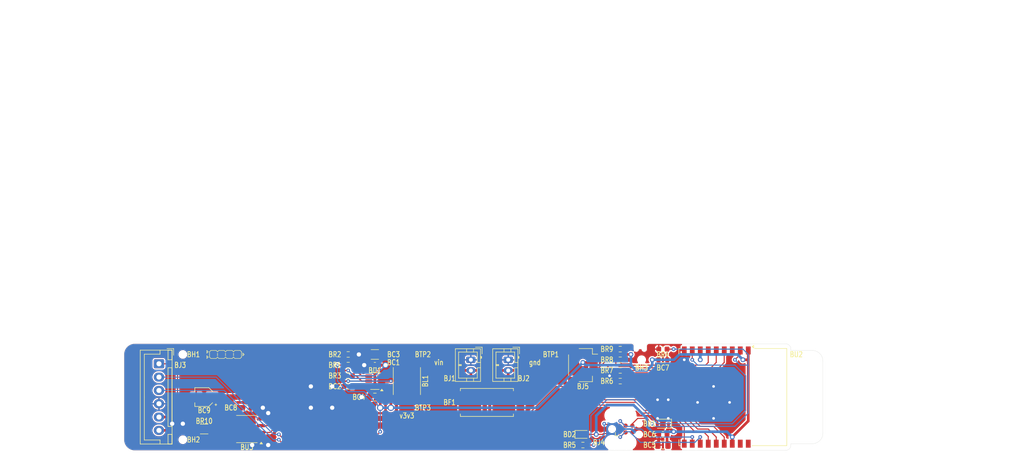
<source format=kicad_pcb>
(kicad_pcb (version 20240108) (generator "pcbnew") (generator_version "8.0")
  (layers (0 "F.Cu" signal "Front") (31 "B.Cu" signal "Back") (34 "B.Paste" user) (35 "F.Paste" user) (36 "B.SilkS" user "B.Silkscreen") (37 "F.SilkS" user "F.Silkscreen") (38 "B.Mask" user) (39 "F.Mask" user) (44 "Edge.Cuts" user))
  (net 0 "")
  (net 1 "Bv3v3")
  (net 2 "Bvin")
  (net 3 "Bgnd")
  (net 4 "Bdrv.ic.isen")
  (net 5 "Breg_3v3.fb.output")
  (net 6 "Breg_3v3.en_res.b")
  (net 7 "Bmcu.program_en_node")
  (net 8 "Bledr.res.a")
  (net 9 "Bmcu.program_boot_node")
  (net 10 "Bvin_sense.output")
  (net 11 "Bqwiic_pull.i2c.scl")
  (net 12 "Bqwiic_pull.i2c.sda")
  (net 13 "Bconn.encb")
  (net 14 "Bdrv.in1")
  (net 15 "Bdrv.in2")
  (net 16 "Bmcu.program_uart_node.a_tx")
  (net 17 "Bmcu.program_uart_node.b_tx")
  (net 18 "Bconn.enca")
  (net 19 "Breg_3v3.boot_cap.neg")
  (net 20 "Breg_3v3.boot_cap.pos")
  (net 21 "Bdrv.out2")
  (net 22 "Bdrv.out1")
  (net 23 "Bvin_raw")
  (footprint "Diode_SMD:D_SOD-323" (layer "F.Cu") (at 126 105 180)
    (property "Reference" "BD1")
    (property "Value" "5?A@1V 90? Single 3.53V~3.67V 200mW 3.6V SOD-323 Zener Diodes ROHS")
  )
  (footprint "Resistor_SMD:R_0603_1608Metric" (layer "F.Cu") (at 126 93)
    (property "Reference" "BR4")
    (property "Value" "±1% 1/10W Thick Film Resistors 75V ±100ppm/? -55?~+155? 10k? 0603 Chip Resistor - Surface Mount ROHS")
  )
  (footprint "Resistor_SMD:R_0603_1608Metric" (layer "F.Cu") (at 118 97)
    (property "Reference" "BR6")
    (property "Value" "±1% 1/10W Thick Film Resistors 75V ±100ppm/? -55?~+155? 56k? 0603 Chip Resistor - Surface Mount ROHS")
  )
  (footprint "Connector_JST:JST_XH_B6B-XH-A_1x06_P2.50mm_Vertical" (layer "F.Cu") (at 31.525 93.75 -90)
    (property "Reference" "BJ3")
    (property "Value" "B6B-XH-A")
  )
  (footprint "Capacitor_SMD:C_0603_1608Metric" (layer "F.Cu") (at 72 94 180)
    (property "Reference" "BC1")
    (property "Value" "50V 100nF X7R ±10% 0603 Multilayer Ceramic Capacitors MLCC - SMD/SMT ROHS")
  )
  (footprint "Resistor_SMD:R_1206_3216Metric" (layer "F.Cu") (at 40 106)
    (property "Reference" "BR10")
    (property "Value" "±1% 1/4W Thick Film Resistors 200V ±800ppm/? -55?~+155? 680m? 1206 Chip Resistor - Surface Mount ROHS")
  )
  (footprint "Capacitor_SMD:C_0603_1608Metric" (layer "F.Cu") (at 48 102)
    (property "Reference" "BC8")
    (property "Value" "50V 100nF X7R ±10% 0603 Multilayer Ceramic Capacitors MLCC - SMD/SMT ROHS")
  )
  (footprint "edg:JlcToolingHole_1.152mm" (layer "F.Cu") (at 36 92)
    (property "Reference" "BH1")
    (property "Value" "")
  )
  (footprint "Resistor_SMD:R_0603_1608Metric" (layer "F.Cu") (at 118 91 180)
    (property "Reference" "BR9")
    (property "Value" "±1% 1/10W Thick Film Resistors 75V ±100ppm/? -55?~+155? 4.7k? 0603 Chip Resistor - Surface Mount ROHS")
  )
  (footprint "RF_Module:ESP-WROOM-02" (layer "F.Cu") (at 136 100 -90)
    (property "Reference" "BU2")
    (property "Value" "ESP32-C3-WROOM-02")
  )
  (footprint "Inductor_SMD:L_Taiyo-Yuden_NR-50xx" (layer "F.Cu") (at 78 97 -90)
    (property "Reference" "BL1")
    (property "Value" "1.4A 22uH ±20% 126m? SMD Power Inductors ROHS")
  )
  (footprint "Resistor_SMD:R_0603_1608Metric" (layer "F.Cu") (at 118 95 180)
    (property "Reference" "BR7")
    (property "Value" "±1% 1/10W Thick Film Resistors 75V ±100ppm/? -55?~+155? 10k? 0603 Chip Resistor - Surface Mount ROHS")
  )
  (footprint "edg:Symbol_Duckling" (layer "F.Cu") (at 60 94)
    (property "Reference" "duck" (hide yes))
    (property "Value" "G***" (hide yes))
  )
  (footprint "edg:Indicator_IdDots_4" (layer "F.Cu") (at 44 92)
    (property "Reference" "REF**" (hide yes))
    (property "Value" "Indicator_IdDots_4")
  )
  (footprint "Capacitor_SMD:C_0603_1608Metric" (layer "F.Cu") (at 67 98 180)
    (property "Reference" "BC2")
    (property "Value" "50V 100nF X7R ±10% 0603 Multilayer Ceramic Capacitors MLCC - SMD/SMT ROHS")
  )
  (footprint "Package_TO_SOT_SMD:SOT-23-6" (layer "F.Cu") (at 72 97 180)
    (property "Reference" "BU1")
    (property "Value" "TPS54202H")
  )
  (footprint "Resistor_SMD:R_0603_1608Metric" (layer "F.Cu") (at 67 94)
    (property "Reference" "BR1")
    (property "Value" "±1% 1/10W Thick Film Resistors 75V ±100ppm/? -55?~+155? 6.8k? 0603 Chip Resistor - Surface Mount ROHS")
  )
  (footprint "Connector_JST:JST_PH_B2B-PH-K_1x02_P2.00mm_Vertical" (layer "F.Cu") (at 97 93 -90)
    (property "Reference" "BJ2")
    (property "Value" "B2B-PH-K")
  )
  (footprint "Resistor_SMD:R_0603_1608Metric" (layer "F.Cu") (at 111 109)
    (property "Reference" "BR5")
    (property "Value" "±1% 1/10W Thick Film Resistors 75V ±100ppm/? -55?~+155? 1k? 0603 Chip Resistor - Surface Mount ROHS")
  )
  (footprint "Capacitor_SMD:CP_Elec_3x5.4" (layer "F.Cu") (at 40 100 180)
    (property "Reference" "BC9")
    (property "Value" "-40?~+105? 2000hrs@105? 47uF 5.4mm 35V 6.3mm ±20% SMD,6.3x5.4mm Aluminum Electrolytic Capacitors - SMD ROHS")
  )
  (footprint "Resistor_SMD:R_0603_1608Metric" (layer "F.Cu") (at 67 96)
    (property "Reference" "BR3")
    (property "Value" "±1% 1/10W Thick Film Resistors 75V ±100ppm/? -55?~+155? 510k? 0603 Chip Resistor - Surface Mount ROHS")
  )
  (footprint "Package_SO:HSOP-8-1EP_3.9x4.9mm_P1.27mm_EP2.41x3.1mm" (layer "F.Cu") (at 48 106 180)
    (property "Reference" "BU3")
    (property "Value" "DRV8870DDAR")
  )
  (footprint "Connector_JST:JST_SH_SM04B-SRSS-TB_1x04-1MP_P1.00mm_Horizontal" (layer "F.Cu") (at 111 94 -90)
    (property "Reference" "BJ5")
    (property "Value" "SM04B-SRSS-TB")
  )
  (footprint "Capacitor_SMD:C_0805_2012Metric" (layer "F.Cu") (at 72 100 180)
    (property "Reference" "BC4")
    (property "Value" "X5R 25V ±10% 10uF 0805 Multilayer Ceramic Capacitors MLCC - SMD/SMT ROHS")
  )
  (footprint "Capacitor_SMD:C_0603_1608Metric" (layer "F.Cu") (at 126 107 180)
    (property "Reference" "BC6")
    (property "Value" "50V 100nF X7R ±10% 0603 Multilayer Ceramic Capacitors MLCC - SMD/SMT ROHS")
  )
  (footprint "Resistor_SMD:R_0603_1608Metric" (layer "F.Cu") (at 118 93 180)
    (property "Reference" "BR8")
    (property "Value" "±1% 1/10W Thick Film Resistors 75V ±100ppm/? -55?~+155? 4.7k? 0603 Chip Resistor - Surface Mount ROHS")
  )
  (footprint "Resistor_SMD:R_0603_1608Metric" (layer "F.Cu") (at 67 92 180)
    (property "Reference" "BR2")
    (property "Value" "±1% 1/10W Thick Film Resistors 75V ±100ppm/? -55?~+155? 1.5k? 0603 Chip Resistor - Surface Mount ROHS")
  )
  (footprint "edg:JlcToolingHole_1.152mm" (layer "F.Cu") (at 36 108)
    (property "Reference" "BH2")
    (property "Value" "")
  )
  (footprint "Fuse:Fuseholder_Littelfuse_Nano2_154x" (layer "F.Cu") (at 93 101 180)
    (property "Reference" "BF1")
    (property "Value" "01550900M")
  )
  (footprint "edg:TestPoint_TE_RCT_0805" (layer "F.Cu") (at 78 102)
    (property "Reference" "BTP3")
    (property "Value" "v3v3")
  )
  (footprint "Capacitor_SMD:C_0805_2012Metric" (layer "F.Cu") (at 126 109 180)
    (property "Reference" "BC5")
    (property "Value" "X5R 25V ±10% 10uF 0805 Multilayer Ceramic Capacitors MLCC - SMD/SMT ROHS")
  )
  (footprint "Capacitor_SMD:C_0603_1608Metric" (layer "F.Cu") (at 126 91 180)
    (property "Reference" "BC7")
    (property "Value" "50V 1uF X5R ±10% 0603 Multilayer Ceramic Capacitors MLCC - SMD/SMT ROHS")
  )
  (footprint "LED_SMD:LED_0603_1608Metric" (layer "F.Cu") (at 111 107)
    (property "Reference" "BD2")
    (property "Value" "Red 615~630nm 1.9~2.2V 0603 Light Emitting Diodes (LED) RoHS")
  )
  (footprint "Connector:Tag-Connect_TC2030-IDC-FP_2x03_P1.27mm_Vertical" (layer "F.Cu") (at 119 106)
    (property "Reference" "BJ4")
    (property "Value" "")
  )
  (footprint "edg:JlcToolingHole_1.152mm" (layer "F.Cu") (at 122 93)
    (property "Reference" "BH3")
    (property "Value" "")
  )
  (footprint "Capacitor_SMD:C_1206_3216Metric" (layer "F.Cu") (at 72 92 180)
    (property "Reference" "BC3")
    (property "Value" "50V 10uF X5R ±10% 1206 Multilayer Ceramic Capacitors MLCC - SMD/SMT ROHS")
  )
  (footprint "edg:TestPoint_TE_RCT_0805" (layer "F.Cu") (at 84 92)
    (property "Reference" "BTP2")
    (property "Value" "vin")
  )
  (footprint "Connector_JST:JST_PH_B2B-PH-K_1x02_P2.00mm_Vertical" (layer "F.Cu") (at 90 93 -90)
    (property "Reference" "BJ1")
    (property "Value" "B2B-PH-K")
  )
  (footprint "edg:TestPoint_TE_RCT_0805" (layer "F.Cu") (at 102 92)
    (property "Reference" "BTP1")
    (property "Value" "gnd")
  )
  (gr_line (start 149 110) (end 27 110) (stroke (width 0.0381)) (layer "Edge.Cuts"))
  (gr_line (start 150 91.25) (end 150 91) (stroke (width 0.0381)) (layer "Edge.Cuts"))
  (gr_arc (start 149 90) (mid 149.707107 90.292893) (end 150 91) (stroke (width 0.0381)) (layer "Edge.Cuts"))
  (gr_line (start 123 91) (end 123 90) (stroke (width 0.0381)) (layer "Edge.Cuts"))
  (gr_arc (start 25 92) (mid 25.585786 90.585786) (end 27 90) (stroke (width 0.0381)) (layer "Edge.Cuts"))
  (gr_line (start 154 108.75) (end 150 108.75) (stroke (width 0.0381)) (layer "Edge.Cuts"))
  (gr_arc (start 156 106.75) (mid 155.414214 108.164214) (end 154 108.75) (stroke (width 0.0381)) (layer "Edge.Cuts"))
  (gr_arc (start 150 109) (mid 149.707107 109.707107) (end 149 110) (stroke (width 0.0381)) (layer "Edge.Cuts"))
  (gr_line (start 25 108) (end 25 92) (stroke (width 0.0381)) (layer "Edge.Cuts"))
  (gr_line (start 122 91) (end 121.5 91) (stroke (width 0.0381)) (layer "Edge.Cuts"))
  (gr_arc (start 121.5 91) (mid 121 91.5) (end 120.5 91) (stroke (width 0.0381)) (layer "Edge.Cuts"))
  (gr_arc (start 154 91.25) (mid 155.414214 91.835786) (end 156 93.25) (stroke (width 0.0381)) (layer "Edge.Cuts"))
  (gr_arc (start 27 110) (mid 25.585786 109.414214) (end 25 108) (stroke (width 0.0381)) (layer "Edge.Cuts"))
  (gr_line (start 150 108.75) (end 150 109) (stroke (width 0.0381)) (layer "Edge.Cuts"))
  (gr_arc (start 123 91) (mid 122.5 91.5) (end 122 91) (stroke (width 0.0381)) (layer "Edge.Cuts"))
  (gr_line (start 120.5 91) (end 120.5 90) (stroke (width 0.0381)) (layer "Edge.Cuts"))
  (gr_line (start 120.5 90) (end 27 90) (stroke (width 0.0381)) (layer "Edge.Cuts"))
  (gr_line (start 154 91.25) (end 150 91.25) (stroke (width 0.0381)) (layer "Edge.Cuts"))
  (gr_line (start 156 93.25) (end 156 106.75) (stroke (width 0.0381)) (layer "Edge.Cuts"))
  (gr_line (start 149 90) (end 123 90) (stroke (width 0.0381)) (layer "Edge.Cuts"))
  (segment (start 118.825 92) (end 118.825 93) (width 0.5) (layer "F.Cu") (net 1))
  (segment (start 58 107) (end 72.5 107) (width 0.2) (layer "F.Cu") (net 1))
  (segment (start 141 93) (end 142 93) (width 0.5) (layer "F.Cu") (net 1))
  (segment (start 124 93) (end 125.175 93) (width 0.5) (layer "F.Cu") (net 1))
  (segment (start 139 108.75) (end 139 107.5) (width 0.5) (layer "F.Cu") (net 1))
  (segment (start 78 100) (end 78 102) (width 0.5) (layer "F.Cu") (net 1))
  (segment (start 126.775 106.225) (end 127.05 105.95) (width 0.5) (layer "F.Cu") (net 1))
  (segment (start 127.05 105.95) (end 127.05 105) (width 0.5) (layer "F.Cu") (net 1))
  (segment (start 53 104) (end 55 104) (width 0.2) (layer "F.Cu") (net 1))
  (segment (start 118.825 91) (end 118.825 92) (width 0.5) (layer "F.Cu") (net 1))
  (segment (start 75 102) (end 75 100) (width 0.5) (layer "F.Cu") (net 1))
  (segment (start 142 104.5) (end 139 107.5) (width 0.5) (layer "F.Cu") (net 1))
  (segment (start 113 93.5) (end 111 93.5) (width 0.5) (layer "F.Cu") (net 1))
  (segment (start 78 98.8) (end 78 100) (width 0.5) (layer "F.Cu") (net 1))
  (segment (start 113.5 107) (end 113.6507 106.8493) (width 0.2) (layer "F.Cu") (net 1))
  (segment (start 126.775 107) (end 126.775 108.825) (width 0.5) (layer "F.Cu") (net 1))
  (segment (start 142 94) (end 142 104.5) (width 0.5) (layer "F.Cu") (net 1))
  (segment (start 117.73 106.635) (end 117.5157 106.8493) (width 0.2) (layer "F.Cu") (net 1))
  (segment (start 72.5 107) (end 73 106.5) (width 0.2) (layer "F.Cu") (net 1))
  (segment (start 50.65 104.095) (end 52.905 104.095) (width 0.2) (layer "F.Cu") (net 1))
  (segment (start 120 92) (end 118.825 92) (width 0.5) (layer "F.Cu") (net 1))
  (segment (start 117.5157 106.8493) (end 114.8493 106.8493) (width 0.2) (layer "F.Cu") (net 1))
  (segment (start 73 100.05) (end 72.95 100) (width 0.5) (layer "F.Cu") (net 1))
  (segment (start 114.8493 106.8493) (end 114.6986 107) (width 0.2) (layer "F.Cu") (net 1))
  (segment (start 114.6986 107) (end 111.7875 107) (width 0.2) (layer "F.Cu") (net 1))
  (segment (start 55 104) (end 58 107) (width 0.2) (layer "F.Cu") (net 1))
  (segment (start 127.45 105.95) (end 127.05 105.95) (width 0.5) (layer "F.Cu") (net 1))
  (segment (start 65 94) (end 66.175 94) (width 0.2) (layer "F.Cu") (net 1))
  (segment (start 142 91.25) (end 142 94) (width 0.5) (layer "F.Cu") (net 1))
  (segment (start 73 102) (end 73 100.05) (width 0.5) (layer "F.Cu") (net 1))
  (segment (start 128 106.5) (end 127.45 105.95) (width 0.5) (layer "F.Cu") (net 1))
  (segment (start 75 100) (end 78 100) (width 0.5) (layer "F.Cu") (net 1))
  (segment (start 133 91.25) (end 133 93) (width 0.5) (layer "F.Cu") (net 1))
  (segment (start 52.905 104.095) (end 53 104) (width 0.2) (layer "F.Cu") (net 1))
  (segment (start 126.775 108.825) (end 126.95 109) (width 0.5) (layer "F.Cu") (net 1))
  (segment (start 126.775 107) (end 126.775 106.225) (width 0.5) (layer "F.Cu") (net 1))
  (via (at 75 102) (size 1.2) (drill 0.8) (layers "F.Cu" "B.Cu") (net 1))
  (via (at 124 93) (size 0.9) (drill 0.5) (layers "F.Cu" "B.Cu") (net 1))
  (via (at 65 94) (size 0.7) (drill 0.3) (layers "F.Cu" "B.Cu") (net 1))
  (via (at 141 93) (size 0.9) (drill 0.5) (layers "F.Cu" "B.Cu") (net 1))
  (via (at 113.5 107) (size 0.9) (drill 0.5) (layers "F.Cu" "B.Cu") (net 1))
  (via (at 111 93.5) (size 0.9) (drill 0.5) (layers "F.Cu" "B.Cu") (net 1))
  (via (at 73 106.5) (size 0.7) (drill 0.3) (layers "F.Cu" "B.Cu") (net 1))
  (via (at 133 93) (size 0.9) (drill 0.5) (layers "F.Cu" "B.Cu") (net 1))
  (via (at 120 92) (size 0.9) (drill 0.5) (layers "F.Cu" "B.Cu") (net 1))
  (via (at 139 107.5) (size 0.9) (drill 0.5) (layers "F.Cu" "B.Cu") (net 1))
  (via (at 128 106.5) (size 0.9) (drill 0.5) (layers "F.Cu" "B.Cu") (net 1))
  (via (at 73 102) (size 1.2) (drill 0.8) (layers "F.Cu" "B.Cu") (net 1))
  (segment (start 128.060661 93) (end 129.060661 92) (width 0.5) (layer "B.Cu") (net 1))
  (segment (start 111 93.5) (end 111.5 94) (width 0.5) (layer "B.Cu") (net 1))
  (segment (start 133 92) (end 140 92) (width 0.5) (layer "B.Cu") (net 1))
  (segment (start 115.5 101.5) (end 113.5 103.5) (width 0.5) (layer "B.Cu") (net 1))
  (segment (start 65 97) (end 67 99) (width 0.25) (layer "B.Cu") (net 1))
  (segment (start 102.5 102) (end 75 102) (width 0.5) (layer "B.Cu") (net 1))
  (segment (start 111 93.5) (end 102.5 102) (width 0.5) (layer "B.Cu") (net 1))
  (segment (start 123 105.5) (end 123 104) (width 0.5) (layer "B.Cu") (net 1))
  (segment (start 121 95) (end 123 95) (width 0.5) (layer "B.Cu") (net 1))
  (segment (start 123 95) (end 124 94) (width 0.5) (layer "B.Cu") (net 1))
  (segment (start 124 93) (end 128.060661 93) (width 0.5) (layer "B.Cu") (net 1))
  (segment (start 113.5 103.5) (end 113.5 107) (width 0.5) (layer "B.Cu") (net 1))
  (segment (start 65 94) (end 65 97) (width 0.25) (layer "B.Cu") (net 1))
  (segment (start 120 92) (end 120 94) (width 0.5) (layer "B.Cu") (net 1))
  (segment (start 133 92) (end 133 93) (width 0.5) (layer "B.Cu") (net 1))
  (segment (start 117.08 94) (end 120 94) (width 0.5) (layer "B.Cu") (net 1))
  (segment (start 129.060661 92) (end 133 92) (width 0.5) (layer "B.Cu") (net 1))
  (segment (start 67 99) (end 70 99) (width 0.25) (layer "B.Cu") (net 1))
  (segment (start 124 93) (end 124 94) (width 0.5) (layer "B.Cu") (net 1))
  (segment (start 140 92) (end 141 93) (width 0.5) (layer "B.Cu") (net 1))
  (segment (start 70 99) (end 73 102) (width 0.25) (layer "B.Cu") (net 1))
  (segment (start 128.5 106.5) (end 138 106.5) (width 0.5) (layer "B.Cu") (net 1))
  (segment (start 123 104) (end 120.5 101.5) (width 0.5) (layer "B.Cu") (net 1))
  (segment (start 120.5 101.5) (end 115.5 101.5) (width 0.5) (layer "B.Cu") (net 1))
  (segment (start 120 94) (end 121 95) (width 0.5) (layer "B.Cu") (net 1))
  (segment (start 73 106.5) (end 73 102) (width 0.2) (layer "B.Cu") (net 1))
  (segment (start 138 106.5) (end 139 107.5) (width 0.5) (layer "B.Cu") (net 1))
  (segment (start 124 106.5) (end 123 105.5) (width 0.5) (layer "B.Cu") (net 1))
  (segment (start 128.5 106.5) (end 124 106.5) (width 0.5) (layer "B.Cu") (net 1))
  (segment (start 75 102) (end 73 102) (width 0.5) (layer "B.Cu") (net 1))
  (segment (start 111.5 94) (end 118 94) (width 0.5) (layer "B.Cu") (net 1))
  (segment (start 72.775 94.775) (end 72.775 94) (width 0.5) (layer "F.Cu") (net 2))
  (segment (start 74 94) (end 72.775 94) (width 0.5) (layer "F.Cu") (net 2))
  (segment (start 33 93.75) (end 31.525 93.75) (width 0.2) (layer "F.Cu") (net 2))
  (segment (start 70 104) (end 82 104) (width 1) (layer "F.Cu") (net 2))
  (segment (start 117.175 97) (end 111.5 97) (width 0.2) (layer "F.Cu") (net 2))
  (segment (start 73.1375 96.05) (end 73.1375 95.1375) (width 0.5) (layer "F.Cu") (net 2))
  (segment (start 46 102) (end 47.225 102) (width 1) (layer "F.Cu") (net 2))
  (segment (start 73.1375 95.1375) (end 72.775 94.775) (width 0.5) (layer "F.Cu") (net 2))
  (segment (start 111.5 97) (end 110.5 98) (width 0.2) (layer "F.Cu") (net 2))
  (segment (start 41.5 100) (end 41.5 101.5) (width 0.2) (layer "F.Cu") (net 2))
  (segment (start 45.35 102.65) (end 45.35 104.095) (width 0.5) (layer "F.Cu") (net 2))
  (segment (start 82 104) (end 85 101) (width 1) (layer "F.Cu") (net 2))
  (segment (start 46 102) (end 45 101) (width 1) (layer "F.Cu") (net 2))
  (segment (start 85 101) (end 89.815 101) (width 1) (layer "F.Cu") (net 2))
  (segment (start 89.815 103.315) (end 89.815 101) (width 0.2) (layer "F.Cu") (net 2))
  (segment (start 45 101) (end 45 100) (width 1) (layer "F.Cu") (net 2))
  (segment (start 46 102) (end 45.35 102.65) (width 0.5) (layer "F.Cu") (net 2))
  (segment (start 106 98) (end 100 104) (width 0.2) (layer "F.Cu") (net 2))
  (segment (start 44 100) (end 66 100) (width 1) (layer "F.Cu") (net 2))
  (segment (start 35 100) (end 35 95.75) (width 0.2) (layer "F.Cu") (net 2))
  (segment (start 110.5 98) (end 106 98) (width 0.2) (layer "F.Cu") (net 2))
  (segment (start 37 102) (end 35 100) (width 0.2) (layer "F.Cu") (net 2))
  (segment (start 75 92) (end 73.475 92) (width 0.5) (layer "F.Cu") (net 2))
  (segment (start 66.175 95.325) (end 66.5 95) (width 0.25) (layer "F.Cu") (net 2))
  (segment (start 46 100) (end 41.5 100) (width 1) (layer "F.Cu") (net 2))
  (segment (start 66 100) (end 70 104) (width 1) (layer "F.Cu") (net 2))
  (segment (start 41 102) (end 37 102) (width 0.2) (layer "F.Cu") (net 2))
  (segment (start 66.5 95) (end 67 95) (width 0.25) (layer "F.Cu") (net 2))
  (segment (start 73.475 92.525) (end 72.775 93.225) (width 0.5) (layer "F.Cu") (net 2))
  (segment (start 66.175 96) (end 66.175 95.325) (width 0.25) (layer "F.Cu") (net 2))
  (segment (start 35 95.75) (end 33 93.75) (width 0.2) (layer "F.Cu") (net 2))
  (segment (start 72.775 93.225) (end 72.775 94) (width 0.5) (layer "F.Cu") (net 2))
  (segment (start 90.5 104) (end 89.815 103.315) (width 0.2) (layer "F.Cu") (net 2))
  (segment (start 41.5 101.5) (end 41 102) (width 0.2) (layer "F.Cu") (net 2))
  (segment (start 100 104) (end 90.5 104) (width 0.2) (layer "F.Cu") (net 2))
  (via (at 74 94) (size 1.2) (drill 0.8) (layers "F.Cu" "B.Cu") (net 2))
  (via (at 67 95) (size 0.7) (drill 0.3) (layers "F.Cu" "B.Cu") (net 2))
  (segment (start 68 96) (end 72 96) (width 0.25) (layer "B.Cu") (net 2))
  (segment (start 72 96) (end 74 94) (width 0.25) (layer "B.Cu") (net 2))
  (segment (start 67 95) (end 68 96) (width 0.25) (layer "B.Cu") (net 2))
  (segment (start 124.9 106) (end 120.905 106) (width 0.2) (layer "F.Cu") (net 3))
  (segment (start 124.95 105.95) (end 124.95 105) (width 0.5) (layer "F.Cu") (net 3))
  (segment (start 125.225 106.225) (end 124.95 105.95) (width 0.5) (layer "F.Cu") (net 3))
  (segment (start 73.1375 97.95) (end 72.05 97.95) (width 0.5) (layer "F.Cu") (net 3))
  (segment (start 72 98) (end 72 95.5) (width 0.5) (layer "F.Cu") (net 3))
  (segment (start 71.05 100) (end 71.05 99.45) (width 0.5) (layer "F.Cu") (net 3))
  (segment (start 72 98.5) (end 72 98) (width 0.5) (layer "F.Cu") (net 3))
  (segment (start 132.5 101) (end 132.6 101.1) (width 0.5) (layer "F.Cu") (net 3))
  (segment (start 70.525 92.525) (end 71.225 93.225) (width 0.5) (layer "F.Cu") (net 3))
  (segment (start 71.05 100) (end 69.5 100) (width 0.5) (layer "F.Cu") (net 3))
  (segment (start 71.225 94) (end 70 94) (width 0.5) (layer "F.Cu") (net 3))
  (segment (start 69 92) (end 70.525 92) (width 0.5) (layer "F.Cu") (net 3))
  (segment (start 125.225 108.825) (end 125.05 109) (width 0.5) (layer "F.Cu") (net 3))
  (segment (start 71.05 99.45) (end 72 98.5) (width 0.5) (layer "F.Cu") (net 3))
  (segment (start 135.5 98) (end 135.39 98.11) (width 0.5) (layer "F.Cu") (net 3))
  (segment (start 130 91.25) (end 130 93) (width 0.5) (layer "F.Cu") (net 3))
  (segment (start 72.05 97.95) (end 72 98) (width 0.5) (layer "F.Cu") (net 3))
  (segment (start 71.225 94.725) (end 71.225 94) (width 0.5) (layer "F.Cu") (net 3))
  (segment (start 125.225 107) (end 125.225 106.225) (width 0.5) (layer "F.Cu") (net 3))
  (segment (start 124.95 105.95) (end 124.9 106) (width 0.2) (layer "F.Cu") (net 3))
  (segment (start 72 95.5) (end 71.225 94.725) (width 0.5) (layer "F.Cu") (net 3))
  (segment (start 120.905 106) (end 120.27 106.635) (width 0.2) (layer "F.Cu") (net 3))
  (segment (start 71.225 93.225) (end 71.225 94) (width 0.5) (layer "F.Cu") (net 3))
  (segment (start 135.5 104) (end 135.39 103.89) (width 0.5) (layer "F.Cu") (net 3))
  (segment (start 125.225 107) (end 125.225 108.825) (width 0.5) (layer "F.Cu") (net 3))
  (via (at 69.5 100) (size 1.2) (drill 0.8) (layers "F.Cu" "B.Cu") (net 3))
  (via (at 127 100.5) (size 0.9) (drill 0.5) (layers "F.Cu" "B.Cu") (net 3))
  (via (at 127 104) (size 0.9) (drill 0.5) (layers "F.Cu" "B.Cu") (net 3))
  (via (at 130 93) (size 0.9) (drill 0.5) (layers "F.Cu" "B.Cu") (net 3))
  (via (at 52 109) (size 1.2) (drill 0.8) (layers "F.Cu" "B.Cu") (net 3))
  (via (at 49 109) (size 1.2) (drill 0.8) (layers "F.Cu" "B.Cu") (net 3))
  (via (at 64 102) (size 1.2) (drill 0.8) (layers "F.Cu" "B.Cu") (net 3))
  (via (at 51 102) (size 1.2) (drill 0.8) (layers "F.Cu" "B.Cu") (net 3))
  (via (at 60 98) (size 1.2) (drill 0.8) (layers "F.Cu" "B.Cu") (net 3))
  (via (at 125 100.5) (size 0.9) (drill 0.5) (layers "F.Cu" "B.Cu") (net 3))
  (via (at 138.5 101) (size 0.9) (drill 0.5) (layers "F.Cu" "B.Cu") (net 3))
  (via (at 34 105) (size 1.2) (drill 0.8) (layers "F.Cu" "B.Cu") (net 3))
  (via (at 36 105) (size 1.2) (drill 0.8) (layers "F.Cu" "B.Cu") (net 3))
  (via (at 64 98) (size 1.2) (drill 0.8) (layers "F.Cu" "B.Cu") (net 3))
  (via (at 132.5 101) (size 0.9) (drill 0.5) (layers "F.Cu" "B.Cu") (net 3))
  (via (at 116 96) (size 0.9) (drill 0.5) (layers "F.Cu" "B.Cu") (net 3))
  (via (at 69 92) (size 1.2) (drill 0.8) (layers "F.Cu" "B.Cu") (net 3))
  (via (at 70 94) (size 1.2) (drill 0.8) (layers "F.Cu" "B.Cu") (net 3))
  (via (at 60 102) (size 1.2) (drill 0.8) (layers "F.Cu" "B.Cu") (net 3))
  (via (at 52 103) (size 1.2) (drill 0.8) (layers "F.Cu" "B.Cu") (net 3))
  (via (at 125 104) (size 0.9) (drill 0.5) (layers "F.Cu" "B.Cu") (net 3))
  (via (at 135.5 104) (size 0.9) (drill 0.5) (layers "F.Cu" "B.Cu") (net 3))
  (via (at 135.5 98) (size 0.9) (drill 0.5) (layers "F.Cu" "B.Cu") (net 3))
  (segment (start 45.35 106.635) (end 43.635 106.635) (width 0.5) (layer "F.Cu") (net 4))
  (segment (start 43 106) (end 41.4625 106) (width 0.5) (layer "F.Cu") (net 4))
  (segment (start 43.635 106.635) (end 43 106) (width 0.5) (layer "F.Cu") (net 4))
  (segment (start 67.825 92) (end 67.825 94) (width 0.25) (layer "F.Cu") (net 5))
  (segment (start 67.825 94) (end 68.5 94) (width 0.25) (layer "F.Cu") (net 5))
  (segment (start 68.5 94) (end 69 94.5) (width 0.25) (layer "F.Cu") (net 5))
  (segment (start 69 95.5) (end 69.55 96.05) (width 0.25) (layer "F.Cu") (net 5))
  (segment (start 69.55 96.05) (end 70.8625 96.05) (width 0.25) (layer "F.Cu") (net 5))
  (segment (start 69 94.5) (end 69 95.5) (width 0.25) (layer "F.Cu") (net 5))
  (segment (start 67.825 96) (end 68.5 96) (width 0.25) (layer "F.Cu") (net 6))
  (segment (start 69.5 97) (end 70.8625 97) (width 0.25) (layer "F.Cu") (net 6))
  (segment (start 68.5 96) (end 69.5 97) (width 0.25) (layer "F.Cu") (net 6))
  (segment (start 126.775 92.95) (end 126.825 93) (width 0.2) (layer "F.Cu") (net 7))
  (segment (start 126.775 91) (end 126.775 92.95) (width 0.2) (layer "F.Cu") (net 7))
  (segment (start 128 91) (end 126.775 91) (width 0.2) (layer "F.Cu") (net 7))
  (segment (start 124 105) (end 123 104) (width 0.2) (layer "F.Cu") (net 7))
  (segment (start 121.274939 104) (end 120.27 105.004939) (width 0.2) (layer "F.Cu") (net 7))
  (segment (start 120.27 105.004939) (end 120.27 105.365) (width 0.2) (layer "F.Cu") (net 7))
  (segment (start 140.5 92) (end 140.5 91.25) (width 0.2) (layer "F.Cu") (net 7))
  (segment (start 123 104) (end 121.274939 104) (width 0.2) (layer "F.Cu") (net 7))
  (segment (start 139.5 93) (end 140.5 92) (width 0.2) (layer "F.Cu") (net 7))
  (via (at 128 91) (size 0.7) (drill 0.3) (layers "F.Cu" "B.Cu") (net 7))
  (via (at 124 105) (size 0.7) (drill 0.3) (layers "F.Cu" "B.Cu") (net 7))
  (via (at 139.5 93) (size 0.7) (drill 0.3) (layers "F.Cu" "B.Cu") (net 7))
  (segment (start 139.5 93) (end 140.5 94) (width 0.2) (layer "B.Cu") (net 7))
  (segment (start 124.5 105.5) (end 124 105) (width 0.2) (layer "B.Cu") (net 7))
  (segment (start 142 94) (end 142 92) (width 0.2) (layer "B.Cu") (net 7))
  (segment (start 142 92) (end 141 91) (width 0.2) (layer "B.Cu") (net 7))
  (segment (start 141 91) (end 128 91) (width 0.2) (layer "B.Cu") (net 7))
  (segment (start 142 94) (end 142 103) (width 0.2) (layer "B.Cu") (net 7))
  (segment (start 140.5 94) (end 142 94) (width 0.2) (layer "B.Cu") (net 7))
  (segment (start 139.5 105.5) (end 124.5 105.5) (width 0.2) (layer "B.Cu") (net 7))
  (segment (start 142 103) (end 139.5 105.5) (width 0.2) (layer "B.Cu") (net 7))
  (segment (start 110.2125 107) (end 110.2125 108.9625) (width 0.2) (layer "F.Cu") (net 8))
  (segment (start 110.2125 108.9625) (end 110.175 109) (width 0.2) (layer "F.Cu") (net 8))
  (segment (start 131.5 91.25) (end 131.5 93) (width 0.2) (layer "F.Cu") (net 9))
  (segment (start 115 105) (end 115.1507 105.1507) (width 0.2) (layer "F.Cu") (net 9))
  (segment (start 115.1507 105.1507) (end 117.5157 105.1507) (width 0.2) (layer "F.Cu") (net 9))
  (segment (start 113 109) (end 111.825 109) (width 0.2) (layer "F.Cu") (net 9))
  (segment (start 117.5157 105.1507) (end 117.73 105.365) (width 0.2) (layer "F.Cu") (net 9))
  (via (at 115 105) (size 0.7) (drill 0.3) (layers "F.Cu" "B.Cu") (net 9))
  (via (at 113 109) (size 0.7) (drill 0.3) (layers "F.Cu" "B.Cu") (net 9))
  (via (at 131.5 93) (size 0.7) (drill 0.3) (layers "F.Cu" "B.Cu") (net 9))
  (segment (start 115 107) (end 114 108) (width 0.2) (layer "B.Cu") (net 9))
  (segment (start 141.5 96) (end 139.5 94) (width 0.2) (layer "B.Cu") (net 9))
  (segment (start 139 105) (end 141.5 102.5) (width 0.2) (layer "B.Cu") (net 9))
  (segment (start 115 105) (end 115 107) (width 0.2) (layer "B.Cu") (net 9))
  (segment (start 113 108) (end 112.5 107.5) (width 0.2) (layer "B.Cu") (net 9))
  (segment (start 139.5 94) (end 132.5 94) (width 0.2) (layer "B.Cu") (net 9))
  (segment (start 125 105) (end 139 105) (width 0.2) (layer "B.Cu") (net 9))
  (segment (start 113 109) (end 113 108) (width 0.2) (layer "B.Cu") (net 9))
  (segment (start 112.5 107.5) (end 112.5 103.5) (width 0.2) (layer "B.Cu") (net 9))
  (segment (start 113 108) (end 114 108) (width 0.2) (layer "B.Cu") (net 9))
  (segment (start 132.5 94) (end 131.5 93) (width 0.2) (layer "B.Cu") (net 9))
  (segment (start 112.5 103.5) (end 115.5 100.5) (width 0.2) (layer "B.Cu") (net 9))
  (segment (start 115.5 100.5) (end 120.5 100.5) (width 0.2) (layer "B.Cu") (net 9))
  (segment (start 141.5 102.5) (end 141.5 96) (width 0.2) (layer "B.Cu") (net 9))
  (segment (start 120.5 100.5) (end 125 105) (width 0.2) (layer "B.Cu") (net 9))
  (segment (start 136 95) (end 137.5 93.5) (width 0.2) (layer "F.Cu") (net 10))
  (segment (start 118.825 95) (end 136 95) (width 0.2) (layer "F.Cu") (net 10))
  (segment (start 118.825 95) (end 118.825 97) (width 0.2) (layer "F.Cu") (net 10))
  (segment (start 137.5 93.5) (end 137.5 91.25) (width 0.2) (layer "F.Cu") (net 10))
  (segment (start 135 94.5) (end 120 94.5) (width 0.2) (layer "F.Cu") (net 11))
  (segment (start 120 94.5) (end 119.75 94.25) (width 0.2) (layer "F.Cu") (net 11))
  (segment (start 117.5 94) (end 117.75 94.25) (width 0.2) (layer "F.Cu") (net 11))
  (segment (start 117.175 93) (end 117 93) (width 0.2) (layer "F.Cu") (net 11))
  (segment (start 117.175 93) (end 117.175 93.990017) (width 0.2) (layer "F.Cu") (net 11))
  (segment (start 119.75 94.25) (end 117.75 94.25) (width 0.2) (layer "F.Cu") (net 11))
  (segment (start 116 94) (end 114.5 95.5) (width 0.2) (layer "F.Cu") (net 11))
  (segment (start 136 93.5) (end 135 94.5) (width 0.2) (layer "F.Cu") (net 11))
  (segment (start 117.175 93.990017) (end 117.165017 94) (width 0.2) (layer "F.Cu") (net 11))
  (segment (start 136 91.25) (end 136 93.5) (width 0.2) (layer "F.Cu") (net 11))
  (segment (start 116 94) (end 117.165017 94) (width 0.2) (layer "F.Cu") (net 11))
  (segment (start 114.5 95.5) (end 113 95.5) (width 0.2) (layer "F.Cu") (net 11))
  (segment (start 117.165017 94) (end 117.5 94) (width 0.2) (layer "F.Cu") (net 11))
  (segment (start 134.5 91.25) (end 134.5 93.5) (width 0.2) (layer "F.Cu") (net 12))
  (segment (start 117.168344 92) (end 116.5 92) (width 0.2) (layer "F.Cu") (net 12))
  (segment (start 120 93.75) (end 118.25 93.75) (width 0.2) (layer "F.Cu") (net 12))
  (segment (start 117.175 91.993344) (end 117.168344 92) (width 0.2) (layer "F.Cu") (net 12))
  (segment (start 117.175 91) (end 117.175 91.993344) (width 0.2) (layer "F.Cu") (net 12))
  (segment (start 118 92.5) (end 117.5 92) (width 0.2) (layer "F.Cu") (net 12))
  (segment (start 134 94) (end 120.25 94) (width 0.2) (layer "F.Cu") (net 12))
  (segment (start 117.5 92) (end 117.168344 92) (width 0.2) (layer "F.Cu") (net 12))
  (segment (start 118.25 93.75) (end 118 93.5) (width 0.2) (layer "F.Cu") (net 12))
  (segment (start 113.556974 94.5) (end 113 94.5) (width 0.5) (layer "F.Cu") (net 12))
  (segment (start 134.5 93.5) (end 134 94) (width 0.2) (layer "F.Cu") (net 12))
  (segment (start 116.5 92) (end 114 94.5) (width 0.2) (layer "F.Cu") (net 12))
  (segment (start 120.25 94) (end 120 93.75) (width 0.2) (layer "F.Cu") (net 12))
  (segment (start 114 94.5) (end 113 94.5) (width 0.2) (layer "F.Cu") (net 12))
  (segment (start 118 93.5) (end 118 92.5) (width 0.2) (layer "F.Cu") (net 12))
  (segment (start 54 108) (end 55 109) (width 0.2) (layer "F.Cu") (net 13))
  (segment (start 122 103) (end 127.5 103) (width 0.2) (layer "F.Cu") (net 13))
  (segment (start 130 105.5) (end 130 108.75) (width 0.2) (layer "F.Cu") (net 13))
  (segment (start 120.5 101.5) (end 122 103) (width 0.2) (layer "F.Cu") (net 13))
  (segment (start 113.5 101.5) (end 120.5 101.5) (width 0.2) (layer "F.Cu") (net 13))
  (segment (start 55 109) (end 106 109) (width 0.2) (layer "F.Cu") (net 13))
  (segment (start 106 109) (end 113.5 101.5) (width 0.2) (layer "F.Cu") (net 13))
  (segment (start 127.5 103) (end 130 105.5) (width 0.2) (layer "F.Cu") (net 13))
  (via (at 54 108) (size 0.7) (drill 0.3) (layers "F.Cu" "B.Cu") (net 13))
  (segment (start 54 108) (end 53 108) (width 0.2) (layer "B.Cu") (net 13))
  (segment (start 43.75 98.75) (end 31.525 98.75) (width 0.2) (layer "B.Cu") (net 13))
  (segment (start 53 108) (end 43.75 98.75) (width 0.2) (layer "B.Cu") (net 13))
  (segment (start 112 100) (end 122 100) (width 0.2) (layer "F.Cu") (net 14))
  (segment (start 53 105) (end 55 105) (width 0.2) (layer "F.Cu") (net 14))
  (segment (start 55 105) (end 57.5 107.5) (width 0.2) (layer "F.Cu") (net 14))
  (segment (start 135.5 105.5) (end 137.5 107.5) (width 0.2) (layer "F.Cu") (net 14))
  (segment (start 129 101.5) (end 133 105.5) (width 0.2) (layer "F.Cu") (net 14))
  (segment (start 52.635 105.365) (end 53 105) (width 0.2) (layer "F.Cu") (net 14))
  (segment (start 104.5 107.5) (end 112 100) (width 0.2) (layer "F.Cu") (net 14))
  (segment (start 133 105.5) (end 135.5 105.5) (width 0.2) (layer "F.Cu") (net 14))
  (segment (start 137.5 107.5) (end 137.5 108.75) (width 0.2) (layer "F.Cu") (net 14))
  (segment (start 122 100) (end 123.5 101.5) (width 0.2) (layer "F.Cu") (net 14))
  (segment (start 50.65 105.365) (end 52.635 105.365) (width 0.2) (layer "F.Cu") (net 14))
  (segment (start 57.5 107.5) (end 104.5 107.5) (width 0.2) (layer "F.Cu") (net 14))
  (segment (start 123.5 101.5) (end 129 101.5) (width 0.2) (layer "F.Cu") (net 14))
  (segment (start 53 106) (end 55 106) (width 0.2) (layer "F.Cu") (net 15))
  (segment (start 52.365 106.635) (end 53 106) (width 0.2) (layer "F.Cu") (net 15))
  (segment (start 50.65 106.635) (end 52.365 106.635) (width 0.2) (layer "F.Cu") (net 15))
  (segment (start 134.5 106) (end 136 107.5) (width 0.2) (layer "F.Cu") (net 15))
  (segment (start 136 107.5) (end 136 108.75) (width 0.2) (layer "F.Cu") (net 15))
  (segment (start 55 106) (end 57 108) (width 0.2) (layer "F.Cu") (net 15))
  (segment (start 121.5 100.5) (end 123 102) (width 0.2) (layer "F.Cu") (net 15))
  (segment (start 128.5 102) (end 132.5 106) (width 0.2) (layer "F.Cu") (net 15))
  (segment (start 123 102) (end 128.5 102) (width 0.2) (layer "F.Cu") (net 15))
  (segment (start 105 108) (end 112.5 100.5) (width 0.2) (layer "F.Cu") (net 15))
  (segment (start 132.5 106) (end 134.5 106) (width 0.2) (layer "F.Cu") (net 15))
  (segment (start 112.5 100.5) (end 121.5 100.5) (width 0.2) (layer "F.Cu") (net 15))
  (segment (start 57 108) (end 105 108) (width 0.2) (layer "F.Cu") (net 15))
  (segment (start 118.865 106.635) (end 118 107.5) (width 0.2) (layer "F.Cu") (net 16))
  (segment (start 133 107.5) (end 133 108.75) (width 0.2) (layer "F.Cu") (net 16))
  (segment (start 119 106.635) (end 118.865 106.635) (width 0.2) (layer "F.Cu") (net 16))
  (via (at 118 107.5) (size 0.7) (drill 0.3) (layers "F.Cu" "B.Cu") (net 16))
  (via (at 133 107.5) (size 0.7) (drill 0.3) (layers "F.Cu" "B.Cu") (net 16))
  (segment (start 118 107.5) (end 119 106.5) (width 0.2) (layer "B.Cu") (net 16))
  (segment (start 122.5 108.5) (end 132 108.5) (width 0.2) (layer "B.Cu") (net 16))
  (segment (start 121.774939 108.5) (end 122.5 108.5) (width 0.2) (layer "B.Cu") (net 16))
  (segment (start 132 108.5) (end 133 107.5) (width 0.2) (layer "B.Cu") (net 16))
  (segment (start 119.774939 106.5) (end 121.774939 108.5) (width 0.2) (layer "B.Cu") (net 16))
  (segment (start 119 106.5) (end 119.774939 106.5) (width 0.2) (layer "B.Cu") (net 16))
  (segment (start 119 105.365) (end 118.865 105.365) (width 0.2) (layer "F.Cu") (net 17))
  (segment (start 118.865 105.365) (end 118 104.5) (width 0.2) (layer "F.Cu") (net 17))
  (segment (start 131.5 108.75) (end 131.5 107.5) (width 0.2) (layer "F.Cu") (net 17))
  (via (at 118 104.5) (size 0.7) (drill 0.3) (layers "F.Cu" "B.Cu") (net 17))
  (via (at 131.5 107.5) (size 0.7) (drill 0.3) (layers "F.Cu" "B.Cu") (net 17))
  (segment (start 123.5 107.5) (end 131.5 107.5) (width 0.2) (layer "B.Cu") (net 17))
  (segment (start 120.5 105.5) (end 121 106) (width 0.2) (layer "B.Cu") (net 17))
  (segment (start 118 104.5) (end 119 105.5) (width 0.2) (layer "B.Cu") (net 17))
  (segment (start 121 106) (end 122 106) (width 0.2) (layer "B.Cu") (net 17))
  (segment (start 119 105.5) (end 120.5 105.5) (width 0.2) (layer "B.Cu") (net 17))
  (segment (start 122 106) (end 123.5 107.5) (width 0.2) (layer "B.Cu") (net 17))
  (segment (start 122.5 102.5) (end 128 102.5) (width 0.2) (layer "F.Cu") (net 18))
  (segment (start 128 102.5) (end 132 106.5) (width 0.2) (layer "F.Cu") (net 18))
  (segment (start 132 106.5) (end 133.6 106.5) (width 0.2) (layer "F.Cu") (net 18))
  (segment (start 113 101) (end 121 101) (width 0.2) (layer "F.Cu") (net 18))
  (segment (start 134.5 107.4) (end 134.5 108.75) (width 0.2) (layer "F.Cu") (net 18))
  (segment (start 55.5 108.5) (end 105.5 108.5) (width 0.2) (layer "F.Cu") (net 18))
  (segment (start 121 101) (end 122.5 102.5) (width 0.2) (layer "F.Cu") (net 18))
  (segment (start 133.6 106.5) (end 134.5 107.4) (width 0.2) (layer "F.Cu") (net 18))
  (segment (start 54 107) (end 55.5 108.5) (width 0.2) (layer "F.Cu") (net 18))
  (segment (start 105.5 108.5) (end 113 101) (width 0.2) (layer "F.Cu") (net 18))
  (via (at 54 107) (size 0.7) (drill 0.3) (layers "F.Cu" "B.Cu") (net 18))
  (segment (start 54 107) (end 53 107) (width 0.2) (layer "B.Cu") (net 18))
  (segment (start 53 107) (end 42.25 96.25) (width 0.2) (layer "B.Cu") (net 18))
  (segment (start 42.25 96.25) (end 31.525 96.25) (width 0.2) (layer "B.Cu") (net 18))
  (segment (start 66.5 97) (end 67 97) (width 0.25) (layer "F.Cu") (net 19))
  (segment (start 66.5 97) (end 66.225 97.275) (width 0.25) (layer "F.Cu") (net 19))
  (segment (start 66.225 97.275) (end 66.225 98) (width 0.25) (layer "F.Cu") (net 19))
  (via (at 75 97) (size 0.7) (drill 0.3) (layers "F.Cu" "B.Cu") (net 19))
  (via (at 67 97) (size 0.7) (drill 0.3) (layers "F.Cu" "B.Cu") (net 19))
  (segment (start 75 97) (end 67 97) (width 0.25) (layer "B.Cu") (net 19))
  (segment (start 67.775 98) (end 70.8125 98) (width 0.25) (layer "F.Cu") (net 20))
  (segment (start 36.25 106.25) (end 37.905 107.905) (width 0.5) (layer "F.Cu") (net 21))
  (segment (start 31.525 106.25) (end 36.25 106.25) (width 0.5) (layer "F.Cu") (net 21))
  (segment (start 37.905 107.905) (end 45.35 107.905) (width 0.5) (layer "F.Cu") (net 21))
  (segment (start 31.525 103.75) (end 42.75 103.75) (width 0.5) (layer "F.Cu") (net 22))
  (segment (start 44.365 105.365) (end 45.35 105.365) (width 0.5) (layer "F.Cu") (net 22))
  (segment (start 42.75 103.75) (end 44.365 105.365) (width 0.5) (layer "F.Cu") (net 22))
  (zone (net 23) (net_name "Bvin_raw") (layer "F.Cu") (priority 1) (connect_pads (clearance 0.25)) (min_thickness 0.25) (fill yes (thermal_gap 0.25) (thermal_bridge_width 0.5) (smoothing fillet) (radius 1))
    (polygon (pts (xy 87 94) (xy 87 98) (xy 93 98) (xy 93 104) (xy 100 104) (xy 100 94)))
  )
  (zone (net 1) (net_name "Bv3v3") (layer "F.Cu") (priority 9) (connect_pads yes (clearance 0.2)) (min_thickness 0.2) (fill yes (thermal_gap 0.2) (thermal_bridge_width 0.5) (smoothing fillet) (radius 0.5))
    (polygon (pts (xy 80.5 97) (xy 76 97) (xy 75.5 97.5) (xy 72.5 97.5) (xy 72.5 101) (xy 74.5 101) (xy 75.5 101) (xy 80.5 101)))
  )
  (zone (net 19) (net_name "Breg_3v3.boot_cap.neg") (layer "F.Cu") (priority 4) (connect_pads yes (clearance 0.2)) (min_thickness 0.2) (fill yes (thermal_gap 0.2) (thermal_bridge_width 0.5) (smoothing fillet) (radius 0.5))
    (polygon (pts (xy 80.5 93) (xy 75.5 93) (xy 75.5 95) (xy 74 96.5) (xy 72.5 96.5) (xy 72.5 97.5) (xy 75.5 97.5) (xy 76 97) (xy 80.5 97)))
  )
  (zone (net 2) (net_name "Bvin") (layer "F.Cu") (priority 2) (connect_pads (clearance 0.25)) (min_thickness 0.25) (fill yes (thermal_gap 0.25) (thermal_bridge_width 0.5) (smoothing fillet) (radius 1))
    (polygon (pts (xy 73 91) (xy 73 96.5) (xy 75.5 96.5) (xy 75.5 93) (xy 80.5 93) (xy 80.5 101.5) (xy 83 104) (xy 93 104) (xy 93 98) (xy 87 98) (xy 87 91)))
  )
  (zone (net 3) (net_name "Bgnd") (layers "F&B.Cu") (connect_pads (clearance 0.25)) (min_thickness 0.25) (fill yes (thermal_gap 0.25) (thermal_bridge_width 0.25) (smoothing fillet) (radius 1))
    (polygon (pts (xy 24 89) (xy 24 111) (xy 143 111) (xy 143 89)))
  )
)
</source>
